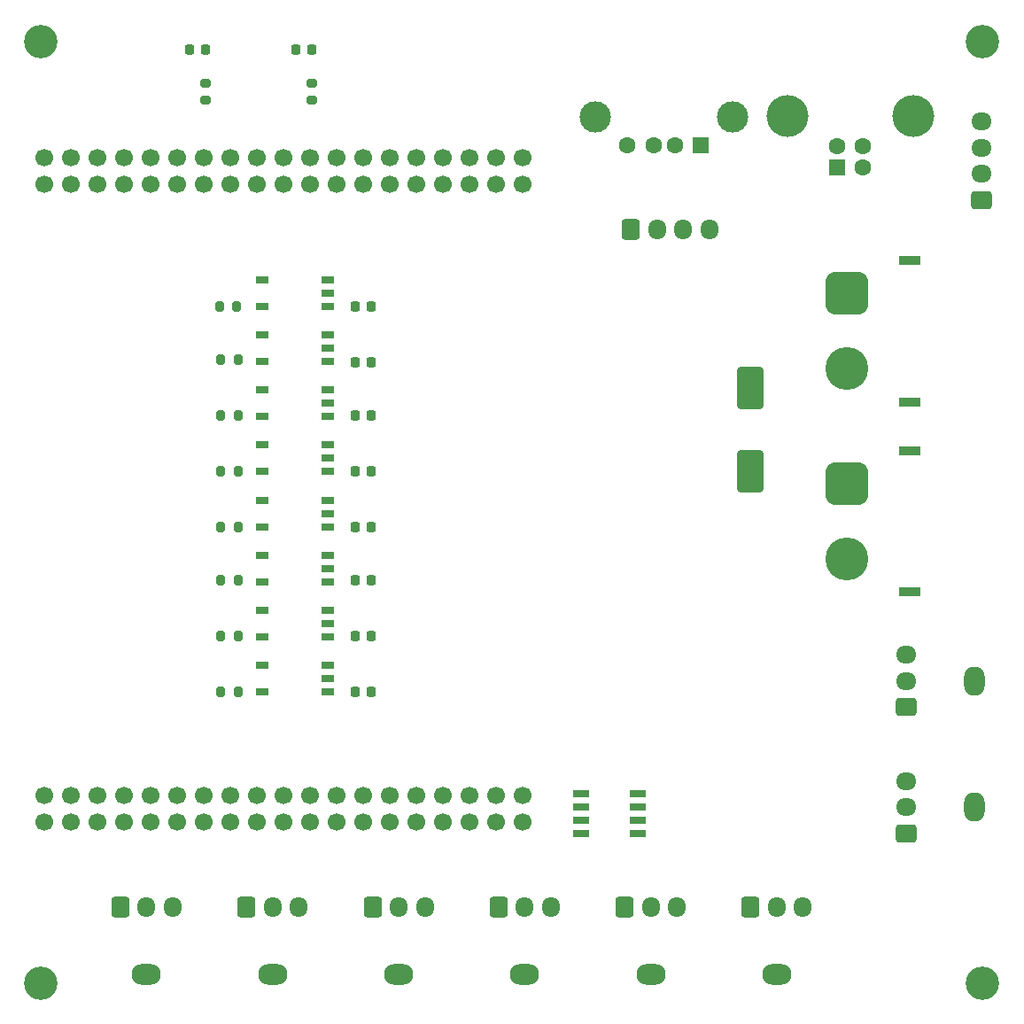
<source format=gts>
%TF.GenerationSoftware,KiCad,Pcbnew,7.0.7*%
%TF.CreationDate,2024-04-15T18:53:03+09:00*%
%TF.ProjectId,ALTAIR_SERVO_MODULE_V3,414c5441-4952-45f5-9345-52564f5f4d4f,rev?*%
%TF.SameCoordinates,Original*%
%TF.FileFunction,Soldermask,Top*%
%TF.FilePolarity,Negative*%
%FSLAX46Y46*%
G04 Gerber Fmt 4.6, Leading zero omitted, Abs format (unit mm)*
G04 Created by KiCad (PCBNEW 7.0.7) date 2024-04-15 18:53:03*
%MOMM*%
%LPD*%
G01*
G04 APERTURE LIST*
G04 Aperture macros list*
%AMRoundRect*
0 Rectangle with rounded corners*
0 $1 Rounding radius*
0 $2 $3 $4 $5 $6 $7 $8 $9 X,Y pos of 4 corners*
0 Add a 4 corners polygon primitive as box body*
4,1,4,$2,$3,$4,$5,$6,$7,$8,$9,$2,$3,0*
0 Add four circle primitives for the rounded corners*
1,1,$1+$1,$2,$3*
1,1,$1+$1,$4,$5*
1,1,$1+$1,$6,$7*
1,1,$1+$1,$8,$9*
0 Add four rect primitives between the rounded corners*
20,1,$1+$1,$2,$3,$4,$5,0*
20,1,$1+$1,$4,$5,$6,$7,0*
20,1,$1+$1,$6,$7,$8,$9,0*
20,1,$1+$1,$8,$9,$2,$3,0*%
G04 Aperture macros list end*
%ADD10RoundRect,0.200000X0.200000X0.275000X-0.200000X0.275000X-0.200000X-0.275000X0.200000X-0.275000X0*%
%ADD11RoundRect,0.218750X-0.218750X-0.256250X0.218750X-0.256250X0.218750X0.256250X-0.218750X0.256250X0*%
%ADD12R,1.200000X0.800000*%
%ADD13O,2.000000X2.800000*%
%ADD14RoundRect,0.250000X0.725000X-0.600000X0.725000X0.600000X-0.725000X0.600000X-0.725000X-0.600000X0*%
%ADD15O,1.950000X1.700000*%
%ADD16RoundRect,0.225000X-0.225000X-0.250000X0.225000X-0.250000X0.225000X0.250000X-0.225000X0.250000X0*%
%ADD17R,2.000000X0.900000*%
%ADD18RoundRect,1.025000X-1.025000X1.025000X-1.025000X-1.025000X1.025000X-1.025000X1.025000X1.025000X0*%
%ADD19C,4.100000*%
%ADD20O,2.800000X2.000000*%
%ADD21RoundRect,0.250000X-0.600000X-0.725000X0.600000X-0.725000X0.600000X0.725000X-0.600000X0.725000X0*%
%ADD22O,1.700000X1.950000*%
%ADD23C,3.200000*%
%ADD24RoundRect,0.200000X-0.275000X0.200000X-0.275000X-0.200000X0.275000X-0.200000X0.275000X0.200000X0*%
%ADD25R,1.525000X0.650000*%
%ADD26RoundRect,0.250000X-1.000000X1.750000X-1.000000X-1.750000X1.000000X-1.750000X1.000000X1.750000X0*%
%ADD27R,1.600000X1.500000*%
%ADD28C,1.600000*%
%ADD29C,3.000000*%
%ADD30R,1.600000X1.600000*%
%ADD31C,4.000000*%
%ADD32C,1.700000*%
G04 APERTURE END LIST*
D10*
%TO.C,R10*%
X128828000Y-101541870D03*
X127178000Y-101541870D03*
%TD*%
D11*
%TO.C,LED3*%
X124155000Y-50800000D03*
X125730000Y-50800000D03*
%TD*%
D12*
%TO.C,IC1*%
X131114000Y-72781740D03*
X131114000Y-75321740D03*
X137414000Y-75321740D03*
X137414000Y-74051740D03*
X137414000Y-72781740D03*
%TD*%
D13*
%TO.C,J7*%
X199180000Y-123190000D03*
D14*
X192680000Y-125690000D03*
D15*
X192680000Y-123190000D03*
X192680000Y-120690000D03*
%TD*%
D16*
%TO.C,C15*%
X140004000Y-91127870D03*
X141554000Y-91127870D03*
%TD*%
D17*
%TO.C,J9*%
X193040000Y-70955000D03*
X193040000Y-84455000D03*
D18*
X187040000Y-74105000D03*
D19*
X187040000Y-81305000D03*
%TD*%
D10*
%TO.C,R6*%
X128828000Y-80459870D03*
X127178000Y-80459870D03*
%TD*%
D20*
%TO.C,J5*%
X168275000Y-139215000D03*
D21*
X165775000Y-132715000D03*
D22*
X168275000Y-132715000D03*
X170775000Y-132715000D03*
%TD*%
D10*
%TO.C,R12*%
X128828000Y-112209870D03*
X127178000Y-112209870D03*
%TD*%
D20*
%TO.C,J4*%
X156225000Y-139215000D03*
D21*
X153725000Y-132715000D03*
D22*
X156225000Y-132715000D03*
X158725000Y-132715000D03*
%TD*%
D16*
%TO.C,C18*%
X140004000Y-106875870D03*
X141554000Y-106875870D03*
%TD*%
D12*
%TO.C,IC8*%
X131114000Y-109662710D03*
X131114000Y-112202710D03*
X137414000Y-112202710D03*
X137414000Y-110932710D03*
X137414000Y-109662710D03*
%TD*%
D10*
%TO.C,R9*%
X128828000Y-96461870D03*
X127178000Y-96461870D03*
%TD*%
%TO.C,R5*%
X128700000Y-75379870D03*
X127050000Y-75379870D03*
%TD*%
D20*
%TO.C,J3*%
X144175000Y-139215000D03*
D21*
X141675000Y-132715000D03*
D22*
X144175000Y-132715000D03*
X146675000Y-132715000D03*
%TD*%
D23*
%TO.C,REF\u002A\u002A*%
X200000000Y-50000000D03*
%TD*%
D24*
%TO.C,R1*%
X135890000Y-53976000D03*
X135890000Y-55626000D03*
%TD*%
D10*
%TO.C,R7*%
X128828000Y-85793870D03*
X127178000Y-85793870D03*
%TD*%
D16*
%TO.C,C13*%
X140030000Y-80713870D03*
X141580000Y-80713870D03*
%TD*%
D12*
%TO.C,IC2*%
X131114000Y-78050450D03*
X131114000Y-80590450D03*
X137414000Y-80590450D03*
X137414000Y-79320450D03*
X137414000Y-78050450D03*
%TD*%
D10*
%TO.C,R8*%
X128828000Y-91127870D03*
X127178000Y-91127870D03*
%TD*%
D24*
%TO.C,R3*%
X125730000Y-53976000D03*
X125730000Y-55626000D03*
%TD*%
D23*
%TO.C,REF\u002A\u002A*%
X200000000Y-140000000D03*
%TD*%
D12*
%TO.C,IC3*%
X131114000Y-83319160D03*
X131114000Y-85859160D03*
X137414000Y-85859160D03*
X137414000Y-84589160D03*
X137414000Y-83319160D03*
%TD*%
D16*
%TO.C,C16*%
X140004000Y-96461870D03*
X141554000Y-96461870D03*
%TD*%
%TO.C,C17*%
X140004000Y-101541870D03*
X141554000Y-101541870D03*
%TD*%
D23*
%TO.C,REF\u002A\u002A*%
X110000000Y-50000000D03*
%TD*%
D16*
%TO.C,C19*%
X140004000Y-112209870D03*
X141554000Y-112209870D03*
%TD*%
D20*
%TO.C,J1*%
X120075000Y-139215000D03*
D21*
X117575000Y-132715000D03*
D22*
X120075000Y-132715000D03*
X122575000Y-132715000D03*
%TD*%
D16*
%TO.C,C12*%
X140030000Y-75379870D03*
X141580000Y-75379870D03*
%TD*%
D25*
%TO.C,S2*%
X161581000Y-121920000D03*
X161581000Y-123190000D03*
X161581000Y-124460000D03*
X161581000Y-125730000D03*
X167005000Y-125730000D03*
X167005000Y-124460000D03*
X167005000Y-123190000D03*
X167005000Y-121920000D03*
%TD*%
D26*
%TO.C,C9*%
X177800000Y-83122000D03*
X177800000Y-91122000D03*
%TD*%
D16*
%TO.C,C14*%
X140004000Y-85793870D03*
X141554000Y-85793870D03*
%TD*%
D20*
%TO.C,J6*%
X180315000Y-139215000D03*
D21*
X177815000Y-132715000D03*
D22*
X180315000Y-132715000D03*
X182815000Y-132715000D03*
%TD*%
D27*
%TO.C,J11*%
X173045000Y-59970000D03*
D28*
X170545000Y-59970000D03*
X168545000Y-59970000D03*
X166045000Y-59970000D03*
D29*
X176115000Y-57260000D03*
X162975000Y-57260000D03*
%TD*%
D12*
%TO.C,IC5*%
X131114000Y-93856580D03*
X131114000Y-96396580D03*
X137414000Y-96396580D03*
X137414000Y-95126580D03*
X137414000Y-93856580D03*
%TD*%
D30*
%TO.C,J12*%
X186075000Y-62032500D03*
D28*
X188575000Y-62032500D03*
X188575000Y-60032500D03*
X186075000Y-60032500D03*
D31*
X181325000Y-57172500D03*
X193325000Y-57172500D03*
%TD*%
D12*
%TO.C,IC6*%
X131114000Y-99125290D03*
X131114000Y-101665290D03*
X137414000Y-101665290D03*
X137414000Y-100395290D03*
X137414000Y-99125290D03*
%TD*%
D20*
%TO.C,J2*%
X132125000Y-139215000D03*
D21*
X129625000Y-132715000D03*
D22*
X132125000Y-132715000D03*
X134625000Y-132715000D03*
%TD*%
D12*
%TO.C,IC4*%
X131114000Y-88587870D03*
X131114000Y-91127870D03*
X137414000Y-91127870D03*
X137414000Y-89857870D03*
X137414000Y-88587870D03*
%TD*%
D21*
%TO.C,J13*%
X166370000Y-67945000D03*
D22*
X168870000Y-67945000D03*
X171370000Y-67945000D03*
X173870000Y-67945000D03*
%TD*%
D13*
%TO.C,J8*%
X199180000Y-111140000D03*
D14*
X192680000Y-113640000D03*
D15*
X192680000Y-111140000D03*
X192680000Y-108640000D03*
%TD*%
D23*
%TO.C,REF\u002A\u002A*%
X110000000Y-140000000D03*
%TD*%
D11*
%TO.C,LED1*%
X134315000Y-50800000D03*
X135890000Y-50800000D03*
%TD*%
D12*
%TO.C,IC7*%
X131114000Y-104394000D03*
X131114000Y-106934000D03*
X137414000Y-106934000D03*
X137414000Y-105664000D03*
X137414000Y-104394000D03*
%TD*%
D32*
%TO.C,U2*%
X125520786Y-122104214D03*
X117900786Y-124644214D03*
X122980786Y-122104214D03*
X117900786Y-63684214D03*
X115360786Y-124644214D03*
X150920786Y-124644214D03*
X138220786Y-122104214D03*
X117900786Y-61144214D03*
X115360786Y-122104214D03*
X130600786Y-122104214D03*
X128060786Y-122104214D03*
X143300786Y-122104214D03*
X145840786Y-122104214D03*
X153460786Y-63684214D03*
X156000786Y-63684214D03*
X148380786Y-122104214D03*
X122980786Y-63684214D03*
X125520786Y-63684214D03*
X128060786Y-63684214D03*
X138220786Y-63684214D03*
X135680786Y-63684214D03*
X150920786Y-63684214D03*
X125520786Y-61144214D03*
X122980786Y-61144214D03*
X125520786Y-124644214D03*
X128060786Y-124644214D03*
X130600786Y-124644214D03*
X112820786Y-122104214D03*
X145840786Y-124644214D03*
X148380786Y-124644214D03*
X150920786Y-122104214D03*
X138220786Y-61144214D03*
X135680786Y-61144214D03*
X148380786Y-63684214D03*
X143300786Y-63684214D03*
X145840786Y-63684214D03*
X130600786Y-63684214D03*
X135680786Y-124644214D03*
X112820786Y-63684214D03*
X115360786Y-63684214D03*
X140760786Y-63684214D03*
X128060786Y-61144214D03*
X145840786Y-61144214D03*
X143300786Y-61144214D03*
X140760786Y-61144214D03*
X156000786Y-122104214D03*
X153460786Y-122104214D03*
X153460786Y-124644214D03*
X156000786Y-124644214D03*
X150920786Y-61144214D03*
X115360786Y-61144214D03*
X112820786Y-61144214D03*
X133140786Y-63684214D03*
X110280786Y-61144214D03*
X110280786Y-63684214D03*
X110280786Y-124644214D03*
X110280786Y-122104214D03*
X112820786Y-124644214D03*
X138220786Y-124644214D03*
X140760786Y-124644214D03*
X143300786Y-124644214D03*
X133140786Y-124644214D03*
X117900786Y-122104214D03*
X133140786Y-122104214D03*
X135680786Y-122104214D03*
X120440786Y-63684214D03*
X133140786Y-61144214D03*
X148380786Y-61144214D03*
X122980786Y-124644214D03*
X120440786Y-122104214D03*
X120440786Y-124644214D03*
X140760786Y-122104214D03*
X120440786Y-61144214D03*
X130600786Y-61144214D03*
X153460786Y-61144214D03*
X156000786Y-61144214D03*
%TD*%
D10*
%TO.C,R11*%
X128828000Y-106875870D03*
X127178000Y-106875870D03*
%TD*%
D14*
%TO.C,J14*%
X199898000Y-65158000D03*
D15*
X199898000Y-62658000D03*
X199898000Y-60158000D03*
X199898000Y-57658000D03*
%TD*%
D17*
%TO.C,J15*%
X193040000Y-89135000D03*
X193040000Y-102635000D03*
D18*
X187040000Y-92285000D03*
D19*
X187040000Y-99485000D03*
%TD*%
M02*

</source>
